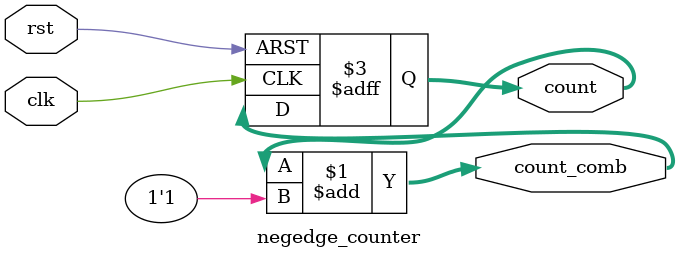
<source format=sv>
module counter_dual_edge #(
    parameter WIDTH = 4
)(
    input clk,
    input rst,
    output reg [WIDTH-1:0] cnt
);
    // 内部连线
    wire [WIDTH-1:0] pos_cnt_comb, neg_cnt_comb;
    wire [WIDTH-1:0] pos_cnt, neg_cnt;
    wire [WIDTH-1:0] total_comb;
    
    // 实例化上升沿计数器子模块
    posedge_counter #(
        .WIDTH(WIDTH)
    ) pos_counter_inst (
        .clk(clk),
        .rst(rst),
        .count_comb(pos_cnt_comb),
        .count(pos_cnt)
    );
    
    // 实例化下降沿计数器子模块
    negedge_counter #(
        .WIDTH(WIDTH)
    ) neg_counter_inst (
        .clk(clk),
        .rst(rst),
        .count_comb(neg_cnt_comb),
        .count(neg_cnt)
    );
    
    // 计数器加法组合逻辑
    assign total_comb = pos_cnt + neg_cnt;
    
    // 移动后的寄存器
    always @(posedge clk or posedge rst) begin
        if (rst) 
            cnt <= {WIDTH{1'b0}};
        else 
            cnt <= total_comb;
    end
endmodule

// 上升沿计数器子模块
module posedge_counter #(
    parameter WIDTH = 4
)(
    input clk,
    input rst,
    output [WIDTH-1:0] count_comb,
    output reg [WIDTH-1:0] count
);
    // 组合逻辑部分
    assign count_comb = count + 1'b1;
    
    // 寄存器部分
    always @(posedge clk or posedge rst) begin
        if (rst) 
            count <= {WIDTH{1'b0}};
        else 
            count <= count_comb;
    end
endmodule

// 下降沿计数器子模块
module negedge_counter #(
    parameter WIDTH = 4
)(
    input clk,
    input rst,
    output [WIDTH-1:0] count_comb,
    output reg [WIDTH-1:0] count
);
    // 组合逻辑部分
    assign count_comb = count + 1'b1;
    
    // 寄存器部分
    always @(negedge clk or posedge rst) begin
        if (rst) 
            count <= {WIDTH{1'b0}};
        else 
            count <= count_comb;
    end
endmodule
</source>
